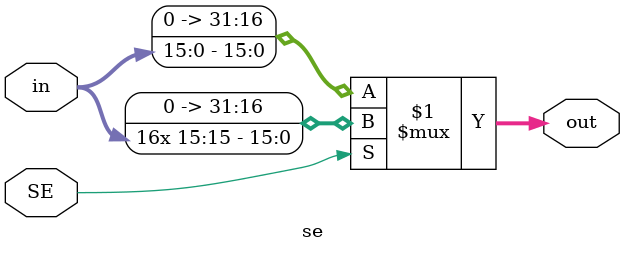
<source format=v>
`timescale 1ns / 1ps
module se(in,SE,out
    );
	input wire [15:0] in;
	input wire SE;
	output [31:0] out;
	assign out=SE?({16{in[15]}}):({16'b0,in});


endmodule

</source>
